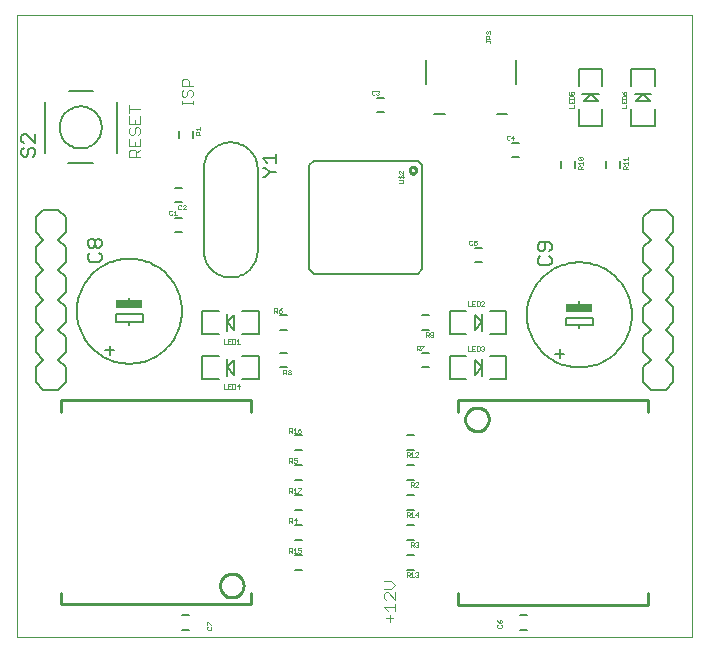
<source format=gto>
G75*
%MOIN*%
%OFA0B0*%
%FSLAX24Y24*%
%IPPOS*%
%LPD*%
%AMOC8*
5,1,8,0,0,1.08239X$1,22.5*
%
%ADD10C,0.0000*%
%ADD11C,0.0030*%
%ADD12C,0.0060*%
%ADD13C,0.0010*%
%ADD14C,0.0080*%
%ADD15C,0.0050*%
%ADD16R,0.0900X0.0250*%
%ADD17C,0.0100*%
D10*
X000142Y000220D02*
X000142Y020966D01*
X022637Y020966D01*
X022637Y000220D01*
X000142Y000220D01*
D11*
X012381Y001227D02*
X012752Y001227D01*
X012752Y001350D02*
X012752Y001103D01*
X012567Y000982D02*
X012567Y000735D01*
X012690Y000858D02*
X012443Y000858D01*
X012505Y001103D02*
X012381Y001227D01*
X012443Y001472D02*
X012381Y001533D01*
X012381Y001657D01*
X012443Y001719D01*
X012505Y001719D01*
X012752Y001472D01*
X012752Y001719D01*
X012628Y001840D02*
X012752Y001963D01*
X012628Y002087D01*
X012381Y002087D01*
X012381Y001840D02*
X012628Y001840D01*
X004252Y016235D02*
X003881Y016235D01*
X003881Y016420D01*
X003943Y016482D01*
X004067Y016482D01*
X004128Y016420D01*
X004128Y016235D01*
X004128Y016358D02*
X004252Y016482D01*
X004252Y016603D02*
X003881Y016603D01*
X003881Y016850D01*
X003943Y016972D02*
X004005Y016972D01*
X004067Y017033D01*
X004067Y017157D01*
X004128Y017219D01*
X004190Y017219D01*
X004252Y017157D01*
X004252Y017033D01*
X004190Y016972D01*
X004252Y016850D02*
X004252Y016603D01*
X004067Y016603D02*
X004067Y016727D01*
X003943Y016972D02*
X003881Y017033D01*
X003881Y017157D01*
X003943Y017219D01*
X003881Y017340D02*
X004252Y017340D01*
X004252Y017587D01*
X004067Y017463D02*
X004067Y017340D01*
X003881Y017340D02*
X003881Y017587D01*
X003881Y017708D02*
X003881Y017955D01*
X003881Y017832D02*
X004252Y017832D01*
X005631Y017985D02*
X005631Y018108D01*
X005631Y018047D02*
X006002Y018047D01*
X006002Y018108D02*
X006002Y017985D01*
X005940Y018231D02*
X006002Y018292D01*
X006002Y018416D01*
X005940Y018477D01*
X005878Y018477D01*
X005817Y018416D01*
X005817Y018292D01*
X005755Y018231D01*
X005693Y018231D01*
X005631Y018292D01*
X005631Y018416D01*
X005693Y018477D01*
X005631Y018599D02*
X005631Y018784D01*
X005693Y018846D01*
X005817Y018846D01*
X005878Y018784D01*
X005878Y018599D01*
X006002Y018599D02*
X005631Y018599D01*
D12*
X005530Y017088D02*
X005530Y016852D01*
X006003Y016852D02*
X006003Y017088D01*
X005635Y015206D02*
X005399Y015206D01*
X005399Y014734D02*
X005635Y014734D01*
X005635Y014206D02*
X005399Y014206D01*
X005399Y013734D02*
X005635Y013734D01*
X003892Y011545D02*
X003892Y011345D01*
X002142Y011095D02*
X002144Y011178D01*
X002150Y011261D01*
X002160Y011344D01*
X002174Y011426D01*
X002191Y011508D01*
X002213Y011588D01*
X002238Y011667D01*
X002267Y011745D01*
X002300Y011822D01*
X002337Y011897D01*
X002376Y011970D01*
X002420Y012041D01*
X002466Y012110D01*
X002516Y012177D01*
X002569Y012241D01*
X002625Y012303D01*
X002684Y012362D01*
X002746Y012418D01*
X002810Y012471D01*
X002877Y012521D01*
X002946Y012567D01*
X003017Y012611D01*
X003090Y012650D01*
X003165Y012687D01*
X003242Y012720D01*
X003320Y012749D01*
X003399Y012774D01*
X003479Y012796D01*
X003561Y012813D01*
X003643Y012827D01*
X003726Y012837D01*
X003809Y012843D01*
X003892Y012845D01*
X003975Y012843D01*
X004058Y012837D01*
X004141Y012827D01*
X004223Y012813D01*
X004305Y012796D01*
X004385Y012774D01*
X004464Y012749D01*
X004542Y012720D01*
X004619Y012687D01*
X004694Y012650D01*
X004767Y012611D01*
X004838Y012567D01*
X004907Y012521D01*
X004974Y012471D01*
X005038Y012418D01*
X005100Y012362D01*
X005159Y012303D01*
X005215Y012241D01*
X005268Y012177D01*
X005318Y012110D01*
X005364Y012041D01*
X005408Y011970D01*
X005447Y011897D01*
X005484Y011822D01*
X005517Y011745D01*
X005546Y011667D01*
X005571Y011588D01*
X005593Y011508D01*
X005610Y011426D01*
X005624Y011344D01*
X005634Y011261D01*
X005640Y011178D01*
X005642Y011095D01*
X005640Y011012D01*
X005634Y010929D01*
X005624Y010846D01*
X005610Y010764D01*
X005593Y010682D01*
X005571Y010602D01*
X005546Y010523D01*
X005517Y010445D01*
X005484Y010368D01*
X005447Y010293D01*
X005408Y010220D01*
X005364Y010149D01*
X005318Y010080D01*
X005268Y010013D01*
X005215Y009949D01*
X005159Y009887D01*
X005100Y009828D01*
X005038Y009772D01*
X004974Y009719D01*
X004907Y009669D01*
X004838Y009623D01*
X004767Y009579D01*
X004694Y009540D01*
X004619Y009503D01*
X004542Y009470D01*
X004464Y009441D01*
X004385Y009416D01*
X004305Y009394D01*
X004223Y009377D01*
X004141Y009363D01*
X004058Y009353D01*
X003975Y009347D01*
X003892Y009345D01*
X003809Y009347D01*
X003726Y009353D01*
X003643Y009363D01*
X003561Y009377D01*
X003479Y009394D01*
X003399Y009416D01*
X003320Y009441D01*
X003242Y009470D01*
X003165Y009503D01*
X003090Y009540D01*
X003017Y009579D01*
X002946Y009623D01*
X002877Y009669D01*
X002810Y009719D01*
X002746Y009772D01*
X002684Y009828D01*
X002625Y009887D01*
X002569Y009949D01*
X002516Y010013D01*
X002466Y010080D01*
X002420Y010149D01*
X002376Y010220D01*
X002337Y010293D01*
X002300Y010368D01*
X002267Y010445D01*
X002238Y010523D01*
X002213Y010602D01*
X002191Y010682D01*
X002174Y010764D01*
X002160Y010846D01*
X002150Y010929D01*
X002144Y011012D01*
X002142Y011095D01*
X003242Y009945D02*
X003242Y009645D01*
X003092Y009795D02*
X003392Y009795D01*
X003892Y010645D02*
X003892Y010745D01*
X003442Y010745D01*
X003442Y010995D01*
X004342Y010995D01*
X004342Y010745D01*
X003892Y010745D01*
X008899Y010956D02*
X009135Y010956D01*
X009135Y010484D02*
X008899Y010484D01*
X008899Y009706D02*
X009135Y009706D01*
X009135Y009234D02*
X008899Y009234D01*
X009399Y006956D02*
X009635Y006956D01*
X009635Y006484D02*
X009399Y006484D01*
X009399Y005956D02*
X009635Y005956D01*
X009635Y005484D02*
X009399Y005484D01*
X009399Y004956D02*
X009635Y004956D01*
X009635Y004484D02*
X009399Y004484D01*
X009399Y003956D02*
X009635Y003956D01*
X009635Y003484D02*
X009399Y003484D01*
X009399Y002956D02*
X009635Y002956D01*
X009635Y002484D02*
X009399Y002484D01*
X013149Y002484D02*
X013385Y002484D01*
X013385Y002956D02*
X013149Y002956D01*
X013149Y003484D02*
X013385Y003484D01*
X013385Y003956D02*
X013149Y003956D01*
X013149Y004484D02*
X013385Y004484D01*
X013385Y004956D02*
X013149Y004956D01*
X013149Y005484D02*
X013385Y005484D01*
X013385Y005956D02*
X013149Y005956D01*
X013149Y006484D02*
X013385Y006484D01*
X013385Y006956D02*
X013149Y006956D01*
X013649Y009234D02*
X013885Y009234D01*
X013885Y009706D02*
X013649Y009706D01*
X013649Y010484D02*
X013885Y010484D01*
X013885Y010956D02*
X013649Y010956D01*
X015399Y012734D02*
X015635Y012734D01*
X015635Y013206D02*
X015399Y013206D01*
X018442Y010870D02*
X018442Y010620D01*
X018892Y010620D01*
X019342Y010620D01*
X019342Y010870D01*
X018442Y010870D01*
X017142Y010970D02*
X017144Y011053D01*
X017150Y011136D01*
X017160Y011219D01*
X017174Y011301D01*
X017191Y011383D01*
X017213Y011463D01*
X017238Y011542D01*
X017267Y011620D01*
X017300Y011697D01*
X017337Y011772D01*
X017376Y011845D01*
X017420Y011916D01*
X017466Y011985D01*
X017516Y012052D01*
X017569Y012116D01*
X017625Y012178D01*
X017684Y012237D01*
X017746Y012293D01*
X017810Y012346D01*
X017877Y012396D01*
X017946Y012442D01*
X018017Y012486D01*
X018090Y012525D01*
X018165Y012562D01*
X018242Y012595D01*
X018320Y012624D01*
X018399Y012649D01*
X018479Y012671D01*
X018561Y012688D01*
X018643Y012702D01*
X018726Y012712D01*
X018809Y012718D01*
X018892Y012720D01*
X018975Y012718D01*
X019058Y012712D01*
X019141Y012702D01*
X019223Y012688D01*
X019305Y012671D01*
X019385Y012649D01*
X019464Y012624D01*
X019542Y012595D01*
X019619Y012562D01*
X019694Y012525D01*
X019767Y012486D01*
X019838Y012442D01*
X019907Y012396D01*
X019974Y012346D01*
X020038Y012293D01*
X020100Y012237D01*
X020159Y012178D01*
X020215Y012116D01*
X020268Y012052D01*
X020318Y011985D01*
X020364Y011916D01*
X020408Y011845D01*
X020447Y011772D01*
X020484Y011697D01*
X020517Y011620D01*
X020546Y011542D01*
X020571Y011463D01*
X020593Y011383D01*
X020610Y011301D01*
X020624Y011219D01*
X020634Y011136D01*
X020640Y011053D01*
X020642Y010970D01*
X020640Y010887D01*
X020634Y010804D01*
X020624Y010721D01*
X020610Y010639D01*
X020593Y010557D01*
X020571Y010477D01*
X020546Y010398D01*
X020517Y010320D01*
X020484Y010243D01*
X020447Y010168D01*
X020408Y010095D01*
X020364Y010024D01*
X020318Y009955D01*
X020268Y009888D01*
X020215Y009824D01*
X020159Y009762D01*
X020100Y009703D01*
X020038Y009647D01*
X019974Y009594D01*
X019907Y009544D01*
X019838Y009498D01*
X019767Y009454D01*
X019694Y009415D01*
X019619Y009378D01*
X019542Y009345D01*
X019464Y009316D01*
X019385Y009291D01*
X019305Y009269D01*
X019223Y009252D01*
X019141Y009238D01*
X019058Y009228D01*
X018975Y009222D01*
X018892Y009220D01*
X018809Y009222D01*
X018726Y009228D01*
X018643Y009238D01*
X018561Y009252D01*
X018479Y009269D01*
X018399Y009291D01*
X018320Y009316D01*
X018242Y009345D01*
X018165Y009378D01*
X018090Y009415D01*
X018017Y009454D01*
X017946Y009498D01*
X017877Y009544D01*
X017810Y009594D01*
X017746Y009647D01*
X017684Y009703D01*
X017625Y009762D01*
X017569Y009824D01*
X017516Y009888D01*
X017466Y009955D01*
X017420Y010024D01*
X017376Y010095D01*
X017337Y010168D01*
X017300Y010243D01*
X017267Y010320D01*
X017238Y010398D01*
X017213Y010477D01*
X017191Y010557D01*
X017174Y010639D01*
X017160Y010721D01*
X017150Y010804D01*
X017144Y010887D01*
X017142Y010970D01*
X018242Y009820D02*
X018242Y009520D01*
X018092Y009670D02*
X018392Y009670D01*
X018892Y010520D02*
X018892Y010620D01*
X018892Y011220D02*
X018892Y011420D01*
X018753Y015852D02*
X018753Y016088D01*
X018280Y016088D02*
X018280Y015852D01*
X016885Y016234D02*
X016649Y016234D01*
X016649Y016706D02*
X016885Y016706D01*
X019780Y016088D02*
X019780Y015852D01*
X020253Y015852D02*
X020253Y016088D01*
X012385Y017734D02*
X012149Y017734D01*
X012149Y018206D02*
X012385Y018206D01*
X016899Y000956D02*
X017135Y000956D01*
X017135Y000484D02*
X016899Y000484D01*
X005885Y000484D02*
X005649Y000484D01*
X005649Y000956D02*
X005885Y000956D01*
D13*
X006472Y000728D02*
X006472Y000628D01*
X006497Y000580D02*
X006472Y000555D01*
X006472Y000505D01*
X006497Y000480D01*
X006597Y000480D01*
X006622Y000505D01*
X006622Y000555D01*
X006597Y000580D01*
X006597Y000628D02*
X006622Y000628D01*
X006597Y000628D02*
X006497Y000728D01*
X006472Y000728D01*
X009222Y003050D02*
X009222Y003200D01*
X009297Y003200D01*
X009322Y003175D01*
X009322Y003125D01*
X009297Y003100D01*
X009222Y003100D01*
X009272Y003100D02*
X009322Y003050D01*
X009369Y003050D02*
X009469Y003050D01*
X009419Y003050D02*
X009419Y003200D01*
X009369Y003150D01*
X009516Y003125D02*
X009566Y003150D01*
X009591Y003150D01*
X009616Y003125D01*
X009616Y003075D01*
X009591Y003050D01*
X009541Y003050D01*
X009516Y003075D01*
X009516Y003125D02*
X009516Y003200D01*
X009616Y003200D01*
X009444Y004050D02*
X009444Y004200D01*
X009369Y004125D01*
X009469Y004125D01*
X009322Y004125D02*
X009297Y004100D01*
X009222Y004100D01*
X009272Y004100D02*
X009322Y004050D01*
X009322Y004125D02*
X009322Y004175D01*
X009297Y004200D01*
X009222Y004200D01*
X009222Y004050D01*
X009222Y005050D02*
X009222Y005200D01*
X009297Y005200D01*
X009322Y005175D01*
X009322Y005125D01*
X009297Y005100D01*
X009222Y005100D01*
X009272Y005100D02*
X009322Y005050D01*
X009369Y005050D02*
X009469Y005050D01*
X009516Y005050D02*
X009516Y005075D01*
X009616Y005175D01*
X009616Y005200D01*
X009516Y005200D01*
X009419Y005200D02*
X009419Y005050D01*
X009369Y005150D02*
X009419Y005200D01*
X009394Y006050D02*
X009369Y006075D01*
X009394Y006050D02*
X009444Y006050D01*
X009469Y006075D01*
X009469Y006125D01*
X009444Y006150D01*
X009419Y006150D01*
X009369Y006125D01*
X009369Y006200D01*
X009469Y006200D01*
X009322Y006175D02*
X009322Y006125D01*
X009297Y006100D01*
X009222Y006100D01*
X009272Y006100D02*
X009322Y006050D01*
X009222Y006050D02*
X009222Y006200D01*
X009297Y006200D01*
X009322Y006175D01*
X009322Y007050D02*
X009272Y007100D01*
X009297Y007100D02*
X009222Y007100D01*
X009222Y007050D02*
X009222Y007200D01*
X009297Y007200D01*
X009322Y007175D01*
X009322Y007125D01*
X009297Y007100D01*
X009369Y007050D02*
X009469Y007050D01*
X009419Y007050D02*
X009419Y007200D01*
X009369Y007150D01*
X009516Y007125D02*
X009591Y007125D01*
X009616Y007100D01*
X009616Y007075D01*
X009591Y007050D01*
X009541Y007050D01*
X009516Y007075D01*
X009516Y007125D01*
X009566Y007175D01*
X009616Y007200D01*
X009249Y008990D02*
X009199Y008990D01*
X009174Y009015D01*
X009174Y009040D01*
X009199Y009065D01*
X009249Y009065D01*
X009274Y009040D01*
X009274Y009015D01*
X009249Y008990D01*
X009249Y009065D02*
X009274Y009090D01*
X009274Y009115D01*
X009249Y009140D01*
X009199Y009140D01*
X009174Y009115D01*
X009174Y009090D01*
X009199Y009065D01*
X009127Y009065D02*
X009102Y009040D01*
X009027Y009040D01*
X009027Y008990D02*
X009027Y009140D01*
X009102Y009140D01*
X009127Y009115D01*
X009127Y009065D01*
X009077Y009040D02*
X009127Y008990D01*
X007574Y008590D02*
X007474Y008590D01*
X007549Y008665D01*
X007549Y008515D01*
X007427Y008540D02*
X007427Y008640D01*
X007402Y008665D01*
X007327Y008665D01*
X007327Y008515D01*
X007402Y008515D01*
X007427Y008540D01*
X007280Y008515D02*
X007180Y008515D01*
X007180Y008665D01*
X007280Y008665D01*
X007230Y008590D02*
X007180Y008590D01*
X007132Y008515D02*
X007032Y008515D01*
X007032Y008665D01*
X007032Y010015D02*
X007132Y010015D01*
X007180Y010015D02*
X007280Y010015D01*
X007327Y010015D02*
X007327Y010165D01*
X007402Y010165D01*
X007427Y010140D01*
X007427Y010040D01*
X007402Y010015D01*
X007327Y010015D01*
X007230Y010090D02*
X007180Y010090D01*
X007180Y010165D02*
X007180Y010015D01*
X007032Y010015D02*
X007032Y010165D01*
X007180Y010165D02*
X007280Y010165D01*
X007474Y010115D02*
X007524Y010165D01*
X007524Y010015D01*
X007474Y010015D02*
X007574Y010015D01*
X008722Y011050D02*
X008722Y011200D01*
X008797Y011200D01*
X008822Y011175D01*
X008822Y011125D01*
X008797Y011100D01*
X008722Y011100D01*
X008772Y011100D02*
X008822Y011050D01*
X008869Y011075D02*
X008894Y011050D01*
X008944Y011050D01*
X008969Y011075D01*
X008969Y011100D01*
X008944Y011125D01*
X008869Y011125D01*
X008869Y011075D01*
X008869Y011125D02*
X008919Y011175D01*
X008969Y011200D01*
X005774Y014490D02*
X005674Y014490D01*
X005774Y014590D01*
X005774Y014615D01*
X005749Y014640D01*
X005699Y014640D01*
X005674Y014615D01*
X005627Y014615D02*
X005602Y014640D01*
X005552Y014640D01*
X005527Y014615D01*
X005527Y014515D01*
X005552Y014490D01*
X005602Y014490D01*
X005627Y014515D01*
X005419Y014450D02*
X005419Y014300D01*
X005369Y014300D02*
X005469Y014300D01*
X005369Y014400D02*
X005419Y014450D01*
X005322Y014425D02*
X005297Y014450D01*
X005247Y014450D01*
X005222Y014425D01*
X005222Y014325D01*
X005247Y014300D01*
X005297Y014300D01*
X005322Y014325D01*
X006097Y016980D02*
X006097Y017055D01*
X006122Y017080D01*
X006172Y017080D01*
X006197Y017055D01*
X006197Y016980D01*
X006247Y016980D02*
X006097Y016980D01*
X006197Y017030D02*
X006247Y017080D01*
X006247Y017128D02*
X006247Y017228D01*
X006247Y017178D02*
X006097Y017178D01*
X006147Y017128D01*
X011972Y018325D02*
X011997Y018300D01*
X012047Y018300D01*
X012072Y018325D01*
X012119Y018325D02*
X012144Y018300D01*
X012194Y018300D01*
X012219Y018325D01*
X012219Y018350D01*
X012194Y018375D01*
X012169Y018375D01*
X012194Y018375D02*
X012219Y018400D01*
X012219Y018425D01*
X012194Y018450D01*
X012144Y018450D01*
X012119Y018425D01*
X012072Y018425D02*
X012047Y018450D01*
X011997Y018450D01*
X011972Y018425D01*
X011972Y018325D01*
X012897Y015778D02*
X012872Y015753D01*
X012872Y015703D01*
X012897Y015678D01*
X012897Y015630D02*
X012872Y015605D01*
X012872Y015555D01*
X012897Y015530D01*
X012922Y015530D01*
X012947Y015555D01*
X012947Y015605D01*
X012972Y015630D01*
X012997Y015630D01*
X013022Y015605D01*
X013022Y015555D01*
X012997Y015530D01*
X012997Y015483D02*
X012872Y015483D01*
X012872Y015383D02*
X012997Y015383D01*
X013022Y015408D01*
X013022Y015458D01*
X012997Y015483D01*
X013047Y015580D02*
X012847Y015580D01*
X013022Y015678D02*
X012922Y015778D01*
X012897Y015778D01*
X013022Y015778D02*
X013022Y015678D01*
X015247Y013450D02*
X015222Y013425D01*
X015222Y013325D01*
X015247Y013300D01*
X015297Y013300D01*
X015322Y013325D01*
X015369Y013325D02*
X015394Y013300D01*
X015444Y013300D01*
X015469Y013325D01*
X015469Y013375D01*
X015444Y013400D01*
X015419Y013400D01*
X015369Y013375D01*
X015369Y013450D01*
X015469Y013450D01*
X015322Y013425D02*
X015297Y013450D01*
X015247Y013450D01*
X015319Y011425D02*
X015319Y011275D01*
X015419Y011275D01*
X015466Y011275D02*
X015541Y011275D01*
X015566Y011300D01*
X015566Y011400D01*
X015541Y011425D01*
X015466Y011425D01*
X015466Y011275D01*
X015369Y011350D02*
X015319Y011350D01*
X015319Y011425D02*
X015419Y011425D01*
X015614Y011400D02*
X015639Y011425D01*
X015689Y011425D01*
X015714Y011400D01*
X015714Y011375D01*
X015614Y011275D01*
X015714Y011275D01*
X015272Y011275D02*
X015172Y011275D01*
X015172Y011425D01*
X014024Y010365D02*
X013999Y010390D01*
X013949Y010390D01*
X013924Y010365D01*
X013924Y010340D01*
X013949Y010315D01*
X014024Y010315D01*
X014024Y010265D02*
X014024Y010365D01*
X014024Y010265D02*
X013999Y010240D01*
X013949Y010240D01*
X013924Y010265D01*
X013877Y010240D02*
X013827Y010290D01*
X013852Y010290D02*
X013777Y010290D01*
X013777Y010240D02*
X013777Y010390D01*
X013852Y010390D01*
X013877Y010365D01*
X013877Y010315D01*
X013852Y010290D01*
X013719Y009950D02*
X013619Y009950D01*
X013572Y009925D02*
X013572Y009875D01*
X013547Y009850D01*
X013472Y009850D01*
X013522Y009850D02*
X013572Y009800D01*
X013619Y009800D02*
X013619Y009825D01*
X013719Y009925D01*
X013719Y009950D01*
X013572Y009925D02*
X013547Y009950D01*
X013472Y009950D01*
X013472Y009800D01*
X015172Y009775D02*
X015272Y009775D01*
X015319Y009775D02*
X015419Y009775D01*
X015466Y009775D02*
X015541Y009775D01*
X015566Y009800D01*
X015566Y009900D01*
X015541Y009925D01*
X015466Y009925D01*
X015466Y009775D01*
X015369Y009850D02*
X015319Y009850D01*
X015319Y009925D02*
X015319Y009775D01*
X015172Y009775D02*
X015172Y009925D01*
X015319Y009925D02*
X015419Y009925D01*
X015614Y009900D02*
X015639Y009925D01*
X015689Y009925D01*
X015714Y009900D01*
X015714Y009875D01*
X015689Y009850D01*
X015714Y009825D01*
X015714Y009800D01*
X015689Y009775D01*
X015639Y009775D01*
X015614Y009800D01*
X015664Y009850D02*
X015689Y009850D01*
X013499Y006390D02*
X013449Y006390D01*
X013424Y006365D01*
X013499Y006390D02*
X013524Y006365D01*
X013524Y006340D01*
X013424Y006240D01*
X013524Y006240D01*
X013377Y006240D02*
X013277Y006240D01*
X013230Y006240D02*
X013180Y006290D01*
X013205Y006290D02*
X013130Y006290D01*
X013130Y006240D02*
X013130Y006390D01*
X013205Y006390D01*
X013230Y006365D01*
X013230Y006315D01*
X013205Y006290D01*
X013277Y006340D02*
X013327Y006390D01*
X013327Y006240D01*
X013352Y005390D02*
X013377Y005365D01*
X013377Y005315D01*
X013352Y005290D01*
X013277Y005290D01*
X013277Y005240D02*
X013277Y005390D01*
X013352Y005390D01*
X013424Y005365D02*
X013449Y005390D01*
X013499Y005390D01*
X013524Y005365D01*
X013524Y005340D01*
X013424Y005240D01*
X013524Y005240D01*
X013377Y005240D02*
X013327Y005290D01*
X013327Y004390D02*
X013327Y004240D01*
X013277Y004240D02*
X013377Y004240D01*
X013424Y004315D02*
X013524Y004315D01*
X013499Y004240D02*
X013499Y004390D01*
X013424Y004315D01*
X013327Y004390D02*
X013277Y004340D01*
X013230Y004315D02*
X013205Y004290D01*
X013130Y004290D01*
X013180Y004290D02*
X013230Y004240D01*
X013230Y004315D02*
X013230Y004365D01*
X013205Y004390D01*
X013130Y004390D01*
X013130Y004240D01*
X013277Y003390D02*
X013352Y003390D01*
X013377Y003365D01*
X013377Y003315D01*
X013352Y003290D01*
X013277Y003290D01*
X013277Y003240D02*
X013277Y003390D01*
X013327Y003290D02*
X013377Y003240D01*
X013424Y003265D02*
X013449Y003240D01*
X013499Y003240D01*
X013524Y003265D01*
X013524Y003290D01*
X013499Y003315D01*
X013474Y003315D01*
X013499Y003315D02*
X013524Y003340D01*
X013524Y003365D01*
X013499Y003390D01*
X013449Y003390D01*
X013424Y003365D01*
X013449Y002390D02*
X013424Y002365D01*
X013449Y002390D02*
X013499Y002390D01*
X013524Y002365D01*
X013524Y002340D01*
X013499Y002315D01*
X013524Y002290D01*
X013524Y002265D01*
X013499Y002240D01*
X013449Y002240D01*
X013424Y002265D01*
X013377Y002240D02*
X013277Y002240D01*
X013230Y002240D02*
X013180Y002290D01*
X013205Y002290D02*
X013130Y002290D01*
X013130Y002240D02*
X013130Y002390D01*
X013205Y002390D01*
X013230Y002365D01*
X013230Y002315D01*
X013205Y002290D01*
X013277Y002340D02*
X013327Y002390D01*
X013327Y002240D01*
X013474Y002315D02*
X013499Y002315D01*
X016162Y000797D02*
X016187Y000747D01*
X016237Y000697D01*
X016237Y000772D01*
X016262Y000797D01*
X016287Y000797D01*
X016312Y000772D01*
X016312Y000722D01*
X016287Y000697D01*
X016237Y000697D01*
X016287Y000650D02*
X016312Y000625D01*
X016312Y000575D01*
X016287Y000550D01*
X016187Y000550D01*
X016162Y000575D01*
X016162Y000625D01*
X016187Y000650D01*
X018847Y015833D02*
X018847Y015908D01*
X018872Y015933D01*
X018922Y015933D01*
X018947Y015908D01*
X018947Y015833D01*
X018997Y015833D02*
X018847Y015833D01*
X018947Y015883D02*
X018997Y015933D01*
X018997Y015980D02*
X018997Y016080D01*
X018997Y016030D02*
X018847Y016030D01*
X018897Y015980D01*
X018872Y016128D02*
X018847Y016153D01*
X018847Y016203D01*
X018872Y016228D01*
X018972Y016128D01*
X018997Y016153D01*
X018997Y016203D01*
X018972Y016228D01*
X018872Y016228D01*
X018872Y016128D02*
X018972Y016128D01*
X020347Y016178D02*
X020497Y016178D01*
X020497Y016128D02*
X020497Y016228D01*
X020397Y016128D02*
X020347Y016178D01*
X020347Y016030D02*
X020497Y016030D01*
X020497Y015980D02*
X020497Y016080D01*
X020397Y015980D02*
X020347Y016030D01*
X020372Y015933D02*
X020422Y015933D01*
X020447Y015908D01*
X020447Y015833D01*
X020497Y015833D02*
X020347Y015833D01*
X020347Y015908D01*
X020372Y015933D01*
X020447Y015883D02*
X020497Y015933D01*
X020462Y017875D02*
X020462Y017975D01*
X020462Y018022D02*
X020462Y018122D01*
X020462Y018170D02*
X020462Y018245D01*
X020437Y018270D01*
X020337Y018270D01*
X020312Y018245D01*
X020312Y018170D01*
X020462Y018170D01*
X020387Y018072D02*
X020387Y018022D01*
X020312Y018022D02*
X020462Y018022D01*
X020462Y017875D02*
X020312Y017875D01*
X020312Y018022D02*
X020312Y018122D01*
X020387Y018317D02*
X020387Y018392D01*
X020412Y018417D01*
X020437Y018417D01*
X020462Y018392D01*
X020462Y018342D01*
X020437Y018317D01*
X020387Y018317D01*
X020337Y018367D01*
X020312Y018417D01*
X018712Y018392D02*
X018712Y018342D01*
X018687Y018317D01*
X018687Y018270D02*
X018587Y018270D01*
X018562Y018245D01*
X018562Y018170D01*
X018712Y018170D01*
X018712Y018245D01*
X018687Y018270D01*
X018637Y018317D02*
X018612Y018367D01*
X018612Y018392D01*
X018637Y018417D01*
X018687Y018417D01*
X018712Y018392D01*
X018637Y018317D02*
X018562Y018317D01*
X018562Y018417D01*
X018562Y018122D02*
X018562Y018022D01*
X018712Y018022D01*
X018712Y018122D01*
X018637Y018072D02*
X018637Y018022D01*
X018712Y017975D02*
X018712Y017875D01*
X018562Y017875D01*
X016694Y016950D02*
X016694Y016800D01*
X016719Y016875D02*
X016619Y016875D01*
X016694Y016950D01*
X016572Y016925D02*
X016547Y016950D01*
X016497Y016950D01*
X016472Y016925D01*
X016472Y016825D01*
X016497Y016800D01*
X016547Y016800D01*
X016572Y016825D01*
X015897Y020033D02*
X015922Y020058D01*
X015922Y020083D01*
X015897Y020108D01*
X015772Y020108D01*
X015772Y020083D02*
X015772Y020133D01*
X015772Y020180D02*
X015772Y020255D01*
X015797Y020280D01*
X015847Y020280D01*
X015872Y020255D01*
X015872Y020180D01*
X015922Y020180D02*
X015772Y020180D01*
X015797Y020328D02*
X015772Y020353D01*
X015772Y020403D01*
X015797Y020428D01*
X015822Y020428D01*
X015847Y020403D01*
X015872Y020428D01*
X015897Y020428D01*
X015922Y020403D01*
X015922Y020353D01*
X015897Y020328D01*
X015847Y020378D02*
X015847Y020403D01*
D14*
X016763Y019482D02*
X016763Y018655D01*
X016487Y017671D02*
X016133Y017671D01*
X014401Y017671D02*
X014046Y017671D01*
X013771Y018655D02*
X013771Y019482D01*
X013499Y016110D02*
X010034Y016110D01*
X009877Y015952D01*
X009877Y012488D01*
X010034Y012330D01*
X013499Y012330D01*
X013656Y012488D01*
X013656Y015952D01*
X013499Y016110D01*
X018873Y017275D02*
X019660Y017275D01*
X019660Y017826D01*
X019503Y018102D02*
X019267Y018338D01*
X019030Y018102D01*
X019503Y018102D01*
X019542Y018338D02*
X019267Y018338D01*
X018991Y018338D01*
X018873Y018614D02*
X018873Y019165D01*
X019660Y019165D01*
X019660Y018614D01*
X020623Y018614D02*
X020623Y019165D01*
X021410Y019165D01*
X021410Y018614D01*
X021292Y018338D02*
X021017Y018338D01*
X021253Y018102D01*
X020780Y018102D01*
X021017Y018338D01*
X020741Y018338D01*
X020623Y017826D02*
X020623Y017275D01*
X021410Y017275D01*
X021410Y017826D01*
X018873Y017826D02*
X018873Y017275D01*
X021267Y014470D02*
X021767Y014470D01*
X022017Y014220D01*
X022017Y013720D01*
X021767Y013470D01*
X022017Y013220D01*
X022017Y012720D01*
X021767Y012470D01*
X022017Y012220D01*
X022017Y011720D01*
X021767Y011470D01*
X022017Y011220D01*
X022017Y010720D01*
X021767Y010470D01*
X022017Y010220D01*
X022017Y009720D01*
X021767Y009470D01*
X022017Y009220D01*
X022017Y008720D01*
X021767Y008470D01*
X021267Y008470D01*
X021017Y008720D01*
X021017Y009220D01*
X021267Y009470D01*
X021017Y009720D01*
X021017Y010220D01*
X021267Y010470D01*
X021017Y010720D01*
X021017Y011220D01*
X021267Y011470D01*
X021017Y011720D01*
X021017Y012220D01*
X021267Y012470D01*
X021017Y012720D01*
X021017Y013220D01*
X021267Y013470D01*
X021017Y013720D01*
X021017Y014220D01*
X021267Y014470D01*
X016462Y011114D02*
X016462Y010326D01*
X015910Y010326D01*
X015635Y010444D02*
X015635Y010720D01*
X015399Y010484D01*
X015399Y010956D01*
X015635Y010720D01*
X015635Y010996D01*
X015910Y011114D02*
X016462Y011114D01*
X015123Y011114D02*
X014572Y011114D01*
X014572Y010326D01*
X015123Y010326D01*
X015123Y009614D02*
X014572Y009614D01*
X014572Y008826D01*
X015123Y008826D01*
X015399Y008984D02*
X015635Y009220D01*
X015399Y009456D01*
X015399Y008984D01*
X015635Y008944D02*
X015635Y009220D01*
X015635Y009496D01*
X015910Y009614D02*
X016462Y009614D01*
X016462Y008826D01*
X015910Y008826D01*
X008212Y008826D02*
X008212Y009614D01*
X007660Y009614D01*
X007385Y009456D02*
X007149Y009220D01*
X007385Y008984D01*
X007385Y009456D01*
X007149Y009496D02*
X007149Y009220D01*
X007149Y008944D01*
X006873Y008826D02*
X006322Y008826D01*
X006322Y009614D01*
X006873Y009614D01*
X007660Y008826D02*
X008212Y008826D01*
X008212Y010326D02*
X007660Y010326D01*
X007385Y010484D02*
X007385Y010956D01*
X007149Y010720D01*
X007385Y010484D01*
X007149Y010444D02*
X007149Y010720D01*
X007149Y010996D01*
X006873Y011114D02*
X006322Y011114D01*
X006322Y010326D01*
X006873Y010326D01*
X007660Y011114D02*
X008212Y011114D01*
X008212Y010326D01*
X008167Y013120D02*
X008167Y015820D01*
X008165Y015879D01*
X008159Y015937D01*
X008150Y015996D01*
X008136Y016053D01*
X008119Y016109D01*
X008098Y016164D01*
X008074Y016218D01*
X008046Y016270D01*
X008015Y016320D01*
X007981Y016368D01*
X007944Y016413D01*
X007903Y016456D01*
X007860Y016497D01*
X007815Y016534D01*
X007767Y016568D01*
X007717Y016599D01*
X007665Y016627D01*
X007611Y016651D01*
X007556Y016672D01*
X007500Y016689D01*
X007443Y016703D01*
X007384Y016712D01*
X007326Y016718D01*
X007267Y016720D01*
X007208Y016718D01*
X007150Y016712D01*
X007091Y016703D01*
X007034Y016689D01*
X006978Y016672D01*
X006923Y016651D01*
X006869Y016627D01*
X006817Y016599D01*
X006767Y016568D01*
X006719Y016534D01*
X006674Y016497D01*
X006631Y016456D01*
X006590Y016413D01*
X006553Y016368D01*
X006519Y016320D01*
X006488Y016270D01*
X006460Y016218D01*
X006436Y016164D01*
X006415Y016109D01*
X006398Y016053D01*
X006384Y015996D01*
X006375Y015937D01*
X006369Y015879D01*
X006367Y015820D01*
X006367Y013120D01*
X006369Y013061D01*
X006375Y013003D01*
X006384Y012944D01*
X006398Y012887D01*
X006415Y012831D01*
X006436Y012776D01*
X006460Y012722D01*
X006488Y012670D01*
X006519Y012620D01*
X006553Y012572D01*
X006590Y012527D01*
X006631Y012484D01*
X006674Y012443D01*
X006719Y012406D01*
X006767Y012372D01*
X006817Y012341D01*
X006869Y012313D01*
X006923Y012289D01*
X006978Y012268D01*
X007034Y012251D01*
X007091Y012237D01*
X007150Y012228D01*
X007208Y012222D01*
X007267Y012220D01*
X007326Y012222D01*
X007384Y012228D01*
X007443Y012237D01*
X007500Y012251D01*
X007556Y012268D01*
X007611Y012289D01*
X007665Y012313D01*
X007717Y012341D01*
X007767Y012372D01*
X007815Y012406D01*
X007860Y012443D01*
X007903Y012484D01*
X007944Y012527D01*
X007981Y012572D01*
X008015Y012620D01*
X008046Y012670D01*
X008074Y012722D01*
X008098Y012776D01*
X008119Y012831D01*
X008136Y012887D01*
X008150Y012944D01*
X008159Y013003D01*
X008165Y013061D01*
X008167Y013120D01*
X003467Y016370D02*
X003467Y018070D01*
X002667Y018420D02*
X001874Y018420D01*
X001067Y018070D02*
X001067Y016370D01*
X001862Y016020D02*
X002667Y016020D01*
X001567Y017220D02*
X001569Y017272D01*
X001575Y017324D01*
X001585Y017376D01*
X001598Y017426D01*
X001615Y017476D01*
X001636Y017524D01*
X001661Y017570D01*
X001689Y017614D01*
X001720Y017656D01*
X001754Y017696D01*
X001791Y017733D01*
X001831Y017767D01*
X001873Y017798D01*
X001917Y017826D01*
X001963Y017851D01*
X002011Y017872D01*
X002061Y017889D01*
X002111Y017902D01*
X002163Y017912D01*
X002215Y017918D01*
X002267Y017920D01*
X002319Y017918D01*
X002371Y017912D01*
X002423Y017902D01*
X002473Y017889D01*
X002523Y017872D01*
X002571Y017851D01*
X002617Y017826D01*
X002661Y017798D01*
X002703Y017767D01*
X002743Y017733D01*
X002780Y017696D01*
X002814Y017656D01*
X002845Y017614D01*
X002873Y017570D01*
X002898Y017524D01*
X002919Y017476D01*
X002936Y017426D01*
X002949Y017376D01*
X002959Y017324D01*
X002965Y017272D01*
X002967Y017220D01*
X002965Y017168D01*
X002959Y017116D01*
X002949Y017064D01*
X002936Y017014D01*
X002919Y016964D01*
X002898Y016916D01*
X002873Y016870D01*
X002845Y016826D01*
X002814Y016784D01*
X002780Y016744D01*
X002743Y016707D01*
X002703Y016673D01*
X002661Y016642D01*
X002617Y016614D01*
X002571Y016589D01*
X002523Y016568D01*
X002473Y016551D01*
X002423Y016538D01*
X002371Y016528D01*
X002319Y016522D01*
X002267Y016520D01*
X002215Y016522D01*
X002163Y016528D01*
X002111Y016538D01*
X002061Y016551D01*
X002011Y016568D01*
X001963Y016589D01*
X001917Y016614D01*
X001873Y016642D01*
X001831Y016673D01*
X001791Y016707D01*
X001754Y016744D01*
X001720Y016784D01*
X001689Y016826D01*
X001661Y016870D01*
X001636Y016916D01*
X001615Y016964D01*
X001598Y017014D01*
X001585Y017064D01*
X001575Y017116D01*
X001569Y017168D01*
X001567Y017220D01*
X001517Y014470D02*
X001017Y014470D01*
X000767Y014220D01*
X000767Y013720D01*
X001017Y013470D01*
X000767Y013220D01*
X000767Y012720D01*
X001017Y012470D01*
X000767Y012220D01*
X000767Y011720D01*
X001017Y011470D01*
X000767Y011220D01*
X000767Y010720D01*
X001017Y010470D01*
X000767Y010220D01*
X000767Y009720D01*
X001017Y009470D01*
X000767Y009220D01*
X000767Y008720D01*
X001017Y008470D01*
X001517Y008470D01*
X001767Y008720D01*
X001767Y009220D01*
X001517Y009470D01*
X001767Y009720D01*
X001767Y010220D01*
X001517Y010470D01*
X001767Y010720D01*
X001767Y011220D01*
X001517Y011470D01*
X001767Y011720D01*
X001767Y012220D01*
X001517Y012470D01*
X001767Y012720D01*
X001767Y013220D01*
X001517Y013470D01*
X001767Y013720D01*
X001767Y014220D01*
X001517Y014470D01*
D15*
X002516Y013436D02*
X002591Y013511D01*
X002666Y013511D01*
X002741Y013436D01*
X002741Y013285D01*
X002666Y013210D01*
X002591Y013210D01*
X002516Y013285D01*
X002516Y013436D01*
X002741Y013436D02*
X002817Y013511D01*
X002892Y013511D01*
X002967Y013436D01*
X002967Y013285D01*
X002892Y013210D01*
X002817Y013210D01*
X002741Y013285D01*
X002591Y013050D02*
X002516Y012975D01*
X002516Y012825D01*
X002591Y012750D01*
X002892Y012750D01*
X002967Y012825D01*
X002967Y012975D01*
X002892Y013050D01*
X000667Y016245D02*
X000742Y016320D01*
X000742Y016470D01*
X000667Y016545D01*
X000592Y016545D01*
X000516Y016470D01*
X000516Y016320D01*
X000441Y016245D01*
X000366Y016245D01*
X000291Y016320D01*
X000291Y016470D01*
X000366Y016545D01*
X000366Y016705D02*
X000291Y016780D01*
X000291Y016931D01*
X000366Y017006D01*
X000441Y017006D01*
X000742Y016705D01*
X000742Y017006D01*
X008341Y016185D02*
X008792Y016185D01*
X008792Y016035D02*
X008792Y016335D01*
X008491Y016035D02*
X008341Y016185D01*
X008341Y015874D02*
X008416Y015874D01*
X008566Y015724D01*
X008792Y015724D01*
X008566Y015724D02*
X008416Y015574D01*
X008341Y015574D01*
X017516Y013311D02*
X017516Y013160D01*
X017591Y013085D01*
X017666Y013085D01*
X017741Y013160D01*
X017741Y013386D01*
X017591Y013386D02*
X017516Y013311D01*
X017591Y013386D02*
X017892Y013386D01*
X017967Y013311D01*
X017967Y013160D01*
X017892Y013085D01*
X017892Y012925D02*
X017967Y012850D01*
X017967Y012700D01*
X017892Y012625D01*
X017591Y012625D01*
X017516Y012700D01*
X017516Y012850D01*
X017591Y012925D01*
D16*
X018892Y011195D03*
X003892Y011320D03*
D17*
X001597Y008131D02*
X007936Y008131D01*
X007936Y007738D01*
X006912Y001950D02*
X006914Y001989D01*
X006920Y002028D01*
X006930Y002066D01*
X006943Y002103D01*
X006960Y002138D01*
X006980Y002172D01*
X007004Y002203D01*
X007031Y002232D01*
X007060Y002258D01*
X007092Y002281D01*
X007126Y002301D01*
X007162Y002317D01*
X007199Y002329D01*
X007238Y002338D01*
X007277Y002343D01*
X007316Y002344D01*
X007355Y002341D01*
X007394Y002334D01*
X007431Y002323D01*
X007468Y002309D01*
X007503Y002291D01*
X007536Y002270D01*
X007567Y002245D01*
X007595Y002218D01*
X007620Y002188D01*
X007642Y002155D01*
X007661Y002121D01*
X007676Y002085D01*
X007688Y002047D01*
X007696Y002009D01*
X007700Y001970D01*
X007700Y001930D01*
X007696Y001891D01*
X007688Y001853D01*
X007676Y001815D01*
X007661Y001779D01*
X007642Y001745D01*
X007620Y001712D01*
X007595Y001682D01*
X007567Y001655D01*
X007536Y001630D01*
X007503Y001609D01*
X007468Y001591D01*
X007431Y001577D01*
X007394Y001566D01*
X007355Y001559D01*
X007316Y001556D01*
X007277Y001557D01*
X007238Y001562D01*
X007199Y001571D01*
X007162Y001583D01*
X007126Y001599D01*
X007092Y001619D01*
X007060Y001642D01*
X007031Y001668D01*
X007004Y001697D01*
X006980Y001728D01*
X006960Y001762D01*
X006943Y001797D01*
X006930Y001834D01*
X006920Y001872D01*
X006914Y001911D01*
X006912Y001950D01*
X007936Y001714D02*
X007936Y001320D01*
X001597Y001320D01*
X001597Y001714D01*
X001597Y007738D02*
X001597Y008131D01*
X013230Y015795D02*
X013232Y015815D01*
X013237Y015835D01*
X013247Y015853D01*
X013259Y015870D01*
X013274Y015884D01*
X013292Y015894D01*
X013311Y015902D01*
X013331Y015906D01*
X013351Y015906D01*
X013371Y015902D01*
X013390Y015894D01*
X013408Y015884D01*
X013423Y015870D01*
X013435Y015853D01*
X013445Y015835D01*
X013450Y015815D01*
X013452Y015795D01*
X013450Y015775D01*
X013445Y015755D01*
X013435Y015737D01*
X013423Y015720D01*
X013408Y015706D01*
X013390Y015696D01*
X013371Y015688D01*
X013351Y015684D01*
X013331Y015684D01*
X013311Y015688D01*
X013292Y015696D01*
X013274Y015706D01*
X013259Y015720D01*
X013247Y015737D01*
X013237Y015755D01*
X013232Y015775D01*
X013230Y015795D01*
X014847Y008120D02*
X021186Y008120D01*
X021186Y007726D01*
X015083Y007490D02*
X015085Y007529D01*
X015091Y007568D01*
X015101Y007606D01*
X015114Y007643D01*
X015131Y007678D01*
X015151Y007712D01*
X015175Y007743D01*
X015202Y007772D01*
X015231Y007798D01*
X015263Y007821D01*
X015297Y007841D01*
X015333Y007857D01*
X015370Y007869D01*
X015409Y007878D01*
X015448Y007883D01*
X015487Y007884D01*
X015526Y007881D01*
X015565Y007874D01*
X015602Y007863D01*
X015639Y007849D01*
X015674Y007831D01*
X015707Y007810D01*
X015738Y007785D01*
X015766Y007758D01*
X015791Y007728D01*
X015813Y007695D01*
X015832Y007661D01*
X015847Y007625D01*
X015859Y007587D01*
X015867Y007549D01*
X015871Y007510D01*
X015871Y007470D01*
X015867Y007431D01*
X015859Y007393D01*
X015847Y007355D01*
X015832Y007319D01*
X015813Y007285D01*
X015791Y007252D01*
X015766Y007222D01*
X015738Y007195D01*
X015707Y007170D01*
X015674Y007149D01*
X015639Y007131D01*
X015602Y007117D01*
X015565Y007106D01*
X015526Y007099D01*
X015487Y007096D01*
X015448Y007097D01*
X015409Y007102D01*
X015370Y007111D01*
X015333Y007123D01*
X015297Y007139D01*
X015263Y007159D01*
X015231Y007182D01*
X015202Y007208D01*
X015175Y007237D01*
X015151Y007268D01*
X015131Y007302D01*
X015114Y007337D01*
X015101Y007374D01*
X015091Y007412D01*
X015085Y007451D01*
X015083Y007490D01*
X014847Y007726D02*
X014847Y008120D01*
X014847Y001702D02*
X014847Y001309D01*
X021186Y001309D01*
X021186Y001702D01*
M02*

</source>
